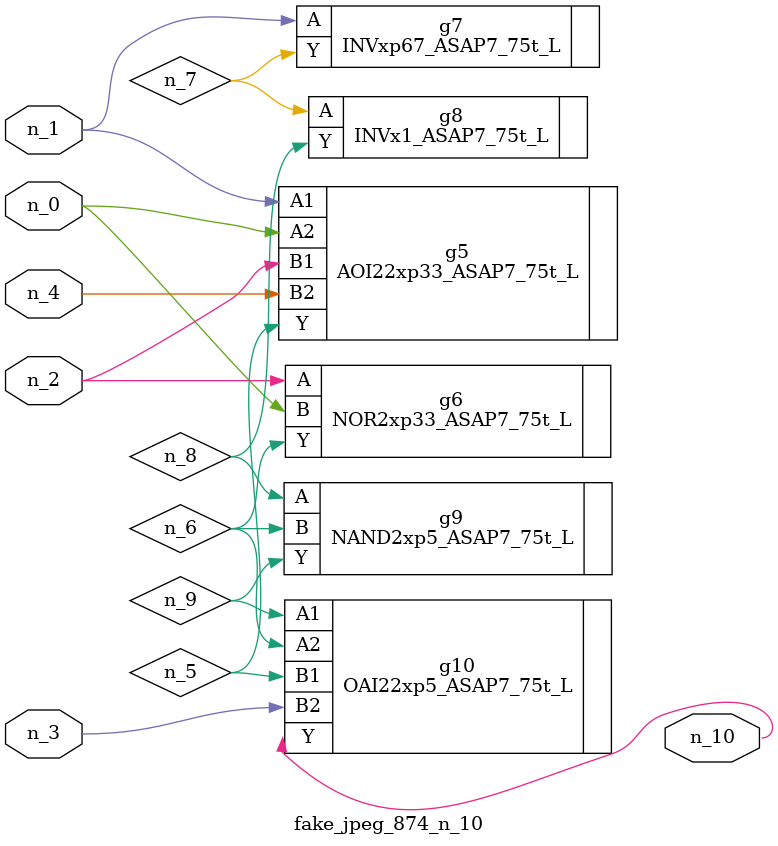
<source format=v>
module fake_jpeg_874_n_10 (n_3, n_2, n_1, n_0, n_4, n_10);

input n_3;
input n_2;
input n_1;
input n_0;
input n_4;

output n_10;

wire n_8;
wire n_9;
wire n_6;
wire n_5;
wire n_7;

AOI22xp33_ASAP7_75t_L g5 ( 
.A1(n_1),
.A2(n_0),
.B1(n_2),
.B2(n_4),
.Y(n_5)
);

NOR2xp33_ASAP7_75t_L g6 ( 
.A(n_2),
.B(n_0),
.Y(n_6)
);

INVxp67_ASAP7_75t_L g7 ( 
.A(n_1),
.Y(n_7)
);

INVx1_ASAP7_75t_L g8 ( 
.A(n_7),
.Y(n_8)
);

NAND2xp5_ASAP7_75t_L g9 ( 
.A(n_8),
.B(n_6),
.Y(n_9)
);

OAI22xp5_ASAP7_75t_L g10 ( 
.A1(n_9),
.A2(n_6),
.B1(n_5),
.B2(n_3),
.Y(n_10)
);


endmodule
</source>
